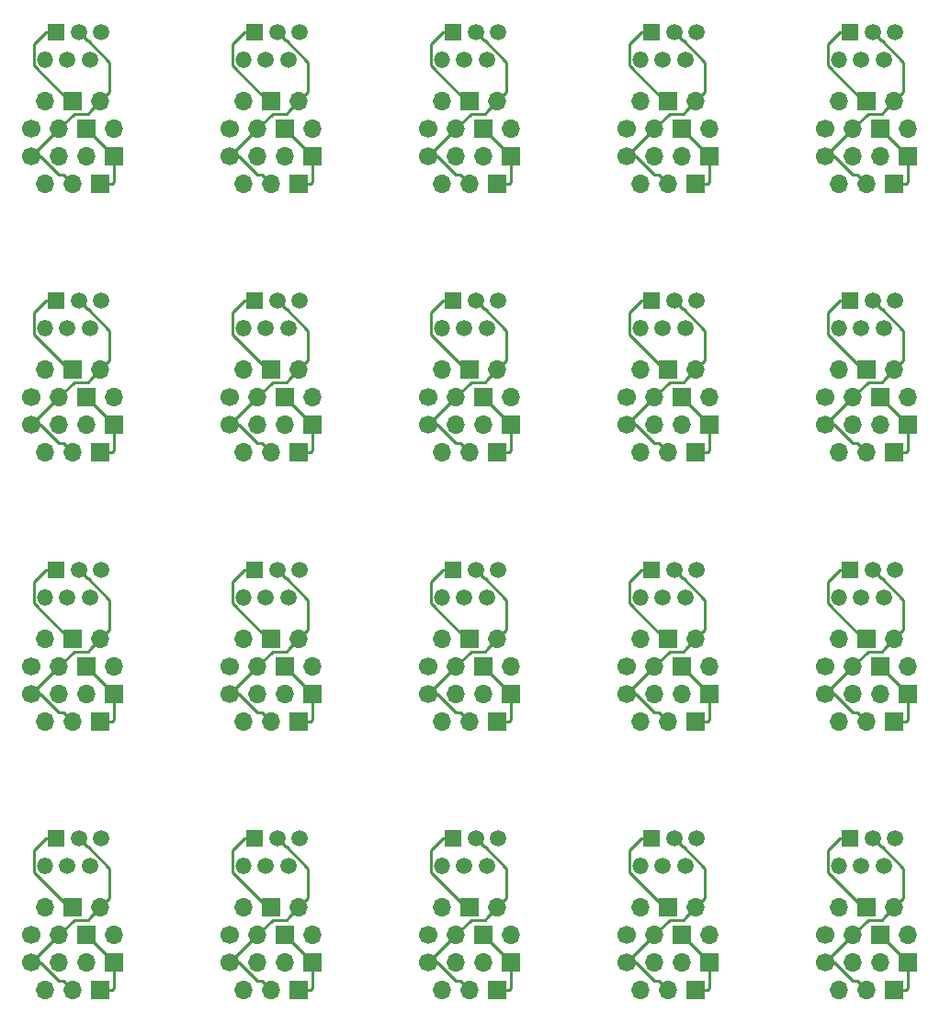
<source format=gtl>
G04 #@! TF.GenerationSoftware,KiCad,Pcbnew,5.1.5+dfsg1-2build2*
G04 #@! TF.CreationDate,2020-09-11T16:17:58-03:00*
G04 #@! TF.ProjectId,panel2,70616e65-6c32-42e6-9b69-6361645f7063,rev?*
G04 #@! TF.SameCoordinates,Original*
G04 #@! TF.FileFunction,Copper,L1,Top*
G04 #@! TF.FilePolarity,Positive*
%FSLAX46Y46*%
G04 Gerber Fmt 4.6, Leading zero omitted, Abs format (unit mm)*
G04 Created by KiCad (PCBNEW 5.1.5+dfsg1-2build2) date 2020-09-11 16:17:58*
%MOMM*%
%LPD*%
G04 APERTURE LIST*
%ADD10O,1.700000X1.700000*%
%ADD11R,1.700000X1.700000*%
%ADD12C,1.700000*%
%ADD13O,1.520000X1.520000*%
%ADD14R,1.520000X1.520000*%
%ADD15C,1.520000*%
%ADD16C,0.250000*%
G04 APERTURE END LIST*
D10*
X151257000Y-90805000D03*
D11*
X153797000Y-90805000D03*
D10*
X156337000Y-90805000D03*
X157607000Y-118110000D03*
D11*
X155067000Y-118110000D03*
D10*
X152527000Y-118110000D03*
D12*
X149987000Y-118110000D03*
D13*
X151257000Y-136525000D03*
D14*
X152277000Y-133985000D03*
D15*
X153297000Y-136525000D03*
X154317000Y-133985000D03*
X155337000Y-136525000D03*
X156357000Y-133985000D03*
D10*
X151257000Y-140335000D03*
D11*
X153797000Y-140335000D03*
D10*
X156337000Y-140335000D03*
D11*
X157607000Y-71120000D03*
D10*
X155067000Y-71120000D03*
X152527000Y-71120000D03*
D12*
X149987000Y-71120000D03*
D10*
X151257000Y-98425000D03*
X153797000Y-98425000D03*
D11*
X156337000Y-98425000D03*
D15*
X156357000Y-59690000D03*
X155337000Y-62230000D03*
X154317000Y-59690000D03*
X153297000Y-62230000D03*
D14*
X152277000Y-59690000D03*
D13*
X151257000Y-62230000D03*
D11*
X156337000Y-123190000D03*
D10*
X153797000Y-123190000D03*
X151257000Y-123190000D03*
X156337000Y-66040000D03*
D11*
X153797000Y-66040000D03*
D10*
X151257000Y-66040000D03*
D15*
X156357000Y-109220000D03*
X155337000Y-111760000D03*
X154317000Y-109220000D03*
X153297000Y-111760000D03*
D14*
X152277000Y-109220000D03*
D13*
X151257000Y-111760000D03*
D12*
X149987000Y-142875000D03*
D10*
X152527000Y-142875000D03*
D11*
X155067000Y-142875000D03*
D10*
X157607000Y-142875000D03*
D12*
X149987000Y-95885000D03*
D10*
X152527000Y-95885000D03*
X155067000Y-95885000D03*
D11*
X157607000Y-95885000D03*
X156337000Y-73660000D03*
D10*
X153797000Y-73660000D03*
X151257000Y-73660000D03*
X156337000Y-115570000D03*
D11*
X153797000Y-115570000D03*
D10*
X151257000Y-115570000D03*
D12*
X149987000Y-93345000D03*
D10*
X152527000Y-93345000D03*
D11*
X155067000Y-93345000D03*
D10*
X157607000Y-93345000D03*
D13*
X151257000Y-86995000D03*
D14*
X152277000Y-84455000D03*
D15*
X153297000Y-86995000D03*
X154317000Y-84455000D03*
X155337000Y-86995000D03*
X156357000Y-84455000D03*
D10*
X157607000Y-68580000D03*
D11*
X155067000Y-68580000D03*
D10*
X152527000Y-68580000D03*
D12*
X149987000Y-68580000D03*
X149987000Y-145415000D03*
D10*
X152527000Y-145415000D03*
X155067000Y-145415000D03*
D11*
X157607000Y-145415000D03*
D10*
X151257000Y-147955000D03*
X153797000Y-147955000D03*
D11*
X156337000Y-147955000D03*
X157607000Y-120650000D03*
D10*
X155067000Y-120650000D03*
X152527000Y-120650000D03*
D12*
X149987000Y-120650000D03*
D10*
X138049000Y-140335000D03*
D11*
X135509000Y-140335000D03*
D10*
X132969000Y-140335000D03*
D13*
X132969000Y-62230000D03*
D14*
X133989000Y-59690000D03*
D15*
X135009000Y-62230000D03*
X136029000Y-59690000D03*
X137049000Y-62230000D03*
X138069000Y-59690000D03*
D12*
X131699000Y-71120000D03*
D10*
X134239000Y-71120000D03*
X136779000Y-71120000D03*
D11*
X139319000Y-71120000D03*
D10*
X132969000Y-123190000D03*
X135509000Y-123190000D03*
D11*
X138049000Y-123190000D03*
D13*
X132969000Y-111760000D03*
D14*
X133989000Y-109220000D03*
D15*
X135009000Y-111760000D03*
X136029000Y-109220000D03*
X137049000Y-111760000D03*
X138069000Y-109220000D03*
D12*
X131699000Y-118110000D03*
D10*
X134239000Y-118110000D03*
D11*
X136779000Y-118110000D03*
D10*
X139319000Y-118110000D03*
X139319000Y-93345000D03*
D11*
X136779000Y-93345000D03*
D10*
X134239000Y-93345000D03*
D12*
X131699000Y-93345000D03*
X131699000Y-120650000D03*
D10*
X134239000Y-120650000D03*
X136779000Y-120650000D03*
D11*
X139319000Y-120650000D03*
D10*
X132969000Y-73660000D03*
X135509000Y-73660000D03*
D11*
X138049000Y-73660000D03*
D10*
X139319000Y-142875000D03*
D11*
X136779000Y-142875000D03*
D10*
X134239000Y-142875000D03*
D12*
X131699000Y-142875000D03*
D11*
X139319000Y-95885000D03*
D10*
X136779000Y-95885000D03*
X134239000Y-95885000D03*
D12*
X131699000Y-95885000D03*
D11*
X138049000Y-147955000D03*
D10*
X135509000Y-147955000D03*
X132969000Y-147955000D03*
D11*
X139319000Y-145415000D03*
D10*
X136779000Y-145415000D03*
X134239000Y-145415000D03*
D12*
X131699000Y-145415000D03*
D10*
X132969000Y-66040000D03*
D11*
X135509000Y-66040000D03*
D10*
X138049000Y-66040000D03*
X132969000Y-115570000D03*
D11*
X135509000Y-115570000D03*
D10*
X138049000Y-115570000D03*
D11*
X138049000Y-98425000D03*
D10*
X135509000Y-98425000D03*
X132969000Y-98425000D03*
X138049000Y-90805000D03*
D11*
X135509000Y-90805000D03*
D10*
X132969000Y-90805000D03*
D15*
X138069000Y-133985000D03*
X137049000Y-136525000D03*
X136029000Y-133985000D03*
X135009000Y-136525000D03*
D14*
X133989000Y-133985000D03*
D13*
X132969000Y-136525000D03*
D15*
X138069000Y-84455000D03*
X137049000Y-86995000D03*
X136029000Y-84455000D03*
X135009000Y-86995000D03*
D14*
X133989000Y-84455000D03*
D13*
X132969000Y-86995000D03*
D12*
X131699000Y-68580000D03*
D10*
X134239000Y-68580000D03*
D11*
X136779000Y-68580000D03*
D10*
X139319000Y-68580000D03*
X119761000Y-66040000D03*
D11*
X117221000Y-66040000D03*
D10*
X114681000Y-66040000D03*
D12*
X113411000Y-142875000D03*
D10*
X115951000Y-142875000D03*
D11*
X118491000Y-142875000D03*
D10*
X121031000Y-142875000D03*
X114681000Y-90805000D03*
D11*
X117221000Y-90805000D03*
D10*
X119761000Y-90805000D03*
X114681000Y-147955000D03*
X117221000Y-147955000D03*
D11*
X119761000Y-147955000D03*
X119761000Y-73660000D03*
D10*
X117221000Y-73660000D03*
X114681000Y-73660000D03*
D15*
X119781000Y-59690000D03*
X118761000Y-62230000D03*
X117741000Y-59690000D03*
X116721000Y-62230000D03*
D14*
X115701000Y-59690000D03*
D13*
X114681000Y-62230000D03*
D11*
X119761000Y-123190000D03*
D10*
X117221000Y-123190000D03*
X114681000Y-123190000D03*
X121031000Y-118110000D03*
D11*
X118491000Y-118110000D03*
D10*
X115951000Y-118110000D03*
D12*
X113411000Y-118110000D03*
D15*
X119781000Y-109220000D03*
X118761000Y-111760000D03*
X117741000Y-109220000D03*
X116721000Y-111760000D03*
D14*
X115701000Y-109220000D03*
D13*
X114681000Y-111760000D03*
D10*
X114681000Y-98425000D03*
X117221000Y-98425000D03*
D11*
X119761000Y-98425000D03*
D12*
X113411000Y-95885000D03*
D10*
X115951000Y-95885000D03*
X118491000Y-95885000D03*
D11*
X121031000Y-95885000D03*
D12*
X113411000Y-145415000D03*
D10*
X115951000Y-145415000D03*
X118491000Y-145415000D03*
D11*
X121031000Y-145415000D03*
D13*
X114681000Y-136525000D03*
D14*
X115701000Y-133985000D03*
D15*
X116721000Y-136525000D03*
X117741000Y-133985000D03*
X118761000Y-136525000D03*
X119781000Y-133985000D03*
D10*
X114681000Y-140335000D03*
D11*
X117221000Y-140335000D03*
D10*
X119761000Y-140335000D03*
D12*
X113411000Y-93345000D03*
D10*
X115951000Y-93345000D03*
D11*
X118491000Y-93345000D03*
D10*
X121031000Y-93345000D03*
D11*
X121031000Y-120650000D03*
D10*
X118491000Y-120650000D03*
X115951000Y-120650000D03*
D12*
X113411000Y-120650000D03*
D10*
X119761000Y-115570000D03*
D11*
X117221000Y-115570000D03*
D10*
X114681000Y-115570000D03*
X121031000Y-68580000D03*
D11*
X118491000Y-68580000D03*
D10*
X115951000Y-68580000D03*
D12*
X113411000Y-68580000D03*
D11*
X121031000Y-71120000D03*
D10*
X118491000Y-71120000D03*
X115951000Y-71120000D03*
D12*
X113411000Y-71120000D03*
D13*
X114681000Y-86995000D03*
D14*
X115701000Y-84455000D03*
D15*
X116721000Y-86995000D03*
X117741000Y-84455000D03*
X118761000Y-86995000D03*
X119781000Y-84455000D03*
D10*
X102743000Y-142875000D03*
D11*
X100203000Y-142875000D03*
D10*
X97663000Y-142875000D03*
D12*
X95123000Y-142875000D03*
D11*
X102743000Y-145415000D03*
D10*
X100203000Y-145415000D03*
X97663000Y-145415000D03*
D12*
X95123000Y-145415000D03*
D15*
X101493000Y-133985000D03*
X100473000Y-136525000D03*
X99453000Y-133985000D03*
X98433000Y-136525000D03*
D14*
X97413000Y-133985000D03*
D13*
X96393000Y-136525000D03*
D10*
X96393000Y-123190000D03*
X98933000Y-123190000D03*
D11*
X101473000Y-123190000D03*
D13*
X96393000Y-111760000D03*
D14*
X97413000Y-109220000D03*
D15*
X98433000Y-111760000D03*
X99453000Y-109220000D03*
X100473000Y-111760000D03*
X101493000Y-109220000D03*
D12*
X95123000Y-120650000D03*
D10*
X97663000Y-120650000D03*
X100203000Y-120650000D03*
D11*
X102743000Y-120650000D03*
D10*
X101473000Y-90805000D03*
D11*
X98933000Y-90805000D03*
D10*
X96393000Y-90805000D03*
X102743000Y-93345000D03*
D11*
X100203000Y-93345000D03*
D10*
X97663000Y-93345000D03*
D12*
X95123000Y-93345000D03*
D11*
X102743000Y-95885000D03*
D10*
X100203000Y-95885000D03*
X97663000Y-95885000D03*
D12*
X95123000Y-95885000D03*
D15*
X101493000Y-84455000D03*
X100473000Y-86995000D03*
X99453000Y-84455000D03*
X98433000Y-86995000D03*
D14*
X97413000Y-84455000D03*
D13*
X96393000Y-86995000D03*
D11*
X101473000Y-98425000D03*
D10*
X98933000Y-98425000D03*
X96393000Y-98425000D03*
X96393000Y-66040000D03*
D11*
X98933000Y-66040000D03*
D10*
X101473000Y-66040000D03*
D12*
X95123000Y-118110000D03*
D10*
X97663000Y-118110000D03*
D11*
X100203000Y-118110000D03*
D10*
X102743000Y-118110000D03*
X96393000Y-73660000D03*
X98933000Y-73660000D03*
D11*
X101473000Y-73660000D03*
D13*
X96393000Y-62230000D03*
D14*
X97413000Y-59690000D03*
D15*
X98433000Y-62230000D03*
X99453000Y-59690000D03*
X100473000Y-62230000D03*
X101493000Y-59690000D03*
D12*
X95123000Y-71120000D03*
D10*
X97663000Y-71120000D03*
X100203000Y-71120000D03*
D11*
X102743000Y-71120000D03*
D10*
X101473000Y-140335000D03*
D11*
X98933000Y-140335000D03*
D10*
X96393000Y-140335000D03*
D11*
X101473000Y-147955000D03*
D10*
X98933000Y-147955000D03*
X96393000Y-147955000D03*
D12*
X95123000Y-68580000D03*
D10*
X97663000Y-68580000D03*
D11*
X100203000Y-68580000D03*
D10*
X102743000Y-68580000D03*
X96393000Y-115570000D03*
D11*
X98933000Y-115570000D03*
D10*
X101473000Y-115570000D03*
X78105000Y-147955000D03*
X80645000Y-147955000D03*
D11*
X83185000Y-147955000D03*
D13*
X78105000Y-136525000D03*
D14*
X79125000Y-133985000D03*
D15*
X80145000Y-136525000D03*
X81165000Y-133985000D03*
X82185000Y-136525000D03*
X83205000Y-133985000D03*
D12*
X76835000Y-145415000D03*
D10*
X79375000Y-145415000D03*
X81915000Y-145415000D03*
D11*
X84455000Y-145415000D03*
D12*
X76835000Y-142875000D03*
D10*
X79375000Y-142875000D03*
D11*
X81915000Y-142875000D03*
D10*
X84455000Y-142875000D03*
X78105000Y-140335000D03*
D11*
X80645000Y-140335000D03*
D10*
X83185000Y-140335000D03*
X83185000Y-115570000D03*
D11*
X80645000Y-115570000D03*
D10*
X78105000Y-115570000D03*
X84455000Y-118110000D03*
D11*
X81915000Y-118110000D03*
D10*
X79375000Y-118110000D03*
D12*
X76835000Y-118110000D03*
D11*
X84455000Y-120650000D03*
D10*
X81915000Y-120650000D03*
X79375000Y-120650000D03*
D12*
X76835000Y-120650000D03*
D15*
X83205000Y-109220000D03*
X82185000Y-111760000D03*
X81165000Y-109220000D03*
X80145000Y-111760000D03*
D14*
X79125000Y-109220000D03*
D13*
X78105000Y-111760000D03*
D11*
X83185000Y-123190000D03*
D10*
X80645000Y-123190000D03*
X78105000Y-123190000D03*
X78105000Y-90805000D03*
D11*
X80645000Y-90805000D03*
D10*
X83185000Y-90805000D03*
X78105000Y-98425000D03*
X80645000Y-98425000D03*
D11*
X83185000Y-98425000D03*
D13*
X78105000Y-86995000D03*
D14*
X79125000Y-84455000D03*
D15*
X80145000Y-86995000D03*
X81165000Y-84455000D03*
X82185000Y-86995000D03*
X83205000Y-84455000D03*
D12*
X76835000Y-95885000D03*
D10*
X79375000Y-95885000D03*
X81915000Y-95885000D03*
D11*
X84455000Y-95885000D03*
D12*
X76835000Y-93345000D03*
D10*
X79375000Y-93345000D03*
D11*
X81915000Y-93345000D03*
D10*
X84455000Y-93345000D03*
X84455000Y-68580000D03*
D11*
X81915000Y-68580000D03*
D10*
X79375000Y-68580000D03*
D12*
X76835000Y-68580000D03*
D11*
X84455000Y-71120000D03*
D10*
X81915000Y-71120000D03*
X79375000Y-71120000D03*
D12*
X76835000Y-71120000D03*
D10*
X83185000Y-66040000D03*
D11*
X80645000Y-66040000D03*
D10*
X78105000Y-66040000D03*
D11*
X83185000Y-73660000D03*
D10*
X80645000Y-73660000D03*
X78105000Y-73660000D03*
D15*
X83205000Y-59690000D03*
X82185000Y-62230000D03*
X81165000Y-59690000D03*
X80145000Y-62230000D03*
D14*
X79125000Y-59690000D03*
D13*
X78105000Y-62230000D03*
D16*
X76835000Y-71120000D02*
X79375000Y-68580000D01*
X82335001Y-66889999D02*
X83185000Y-66040000D01*
X82009999Y-67215001D02*
X82335001Y-66889999D01*
X80739999Y-67215001D02*
X82009999Y-67215001D01*
X79375000Y-68580000D02*
X80739999Y-67215001D01*
X82010801Y-60449999D02*
X81924999Y-60449999D01*
X84034999Y-62474197D02*
X82010801Y-60449999D01*
X84034999Y-65190001D02*
X84034999Y-62474197D01*
X81924999Y-60449999D02*
X81165000Y-59690000D01*
X83185000Y-66040000D02*
X84034999Y-65190001D01*
X79795001Y-72810001D02*
X80645000Y-73660000D01*
X79325999Y-72810001D02*
X79795001Y-72810001D01*
X77635998Y-71120000D02*
X79325999Y-72810001D01*
X76835000Y-71120000D02*
X77635998Y-71120000D01*
X79325999Y-97575001D02*
X79795001Y-97575001D01*
X76835000Y-95885000D02*
X79375000Y-93345000D01*
X79375000Y-93345000D02*
X80739999Y-91980001D01*
X84034999Y-89955001D02*
X84034999Y-87239197D01*
X77635998Y-95885000D02*
X79325999Y-97575001D01*
X84034999Y-87239197D02*
X82010801Y-85214999D01*
X80739999Y-91980001D02*
X82009999Y-91980001D01*
X83185000Y-90805000D02*
X84034999Y-89955001D01*
X79795001Y-97575001D02*
X80645000Y-98425000D01*
X82009999Y-91980001D02*
X82335001Y-91654999D01*
X82010801Y-85214999D02*
X81924999Y-85214999D01*
X82335001Y-91654999D02*
X83185000Y-90805000D01*
X81924999Y-85214999D02*
X81165000Y-84455000D01*
X76835000Y-95885000D02*
X77635998Y-95885000D01*
X76835000Y-120650000D02*
X79375000Y-118110000D01*
X80739999Y-116745001D02*
X82009999Y-116745001D01*
X79375000Y-118110000D02*
X80739999Y-116745001D01*
X77635998Y-120650000D02*
X79325999Y-122340001D01*
X76835000Y-120650000D02*
X77635998Y-120650000D01*
X82010801Y-109979999D02*
X81924999Y-109979999D01*
X82335001Y-116419999D02*
X83185000Y-115570000D01*
X81924999Y-109979999D02*
X81165000Y-109220000D01*
X84034999Y-114720001D02*
X84034999Y-112004197D01*
X79325999Y-122340001D02*
X79795001Y-122340001D01*
X83185000Y-115570000D02*
X84034999Y-114720001D01*
X79795001Y-122340001D02*
X80645000Y-123190000D01*
X82009999Y-116745001D02*
X82335001Y-116419999D01*
X84034999Y-112004197D02*
X82010801Y-109979999D01*
X83185000Y-140335000D02*
X84034999Y-139485001D01*
X84034999Y-136769197D02*
X82010801Y-134744999D01*
X82010801Y-134744999D02*
X81924999Y-134744999D01*
X82335001Y-141184999D02*
X83185000Y-140335000D01*
X79325999Y-147105001D02*
X79795001Y-147105001D01*
X82009999Y-141510001D02*
X82335001Y-141184999D01*
X79795001Y-147105001D02*
X80645000Y-147955000D01*
X81924999Y-134744999D02*
X81165000Y-133985000D01*
X84034999Y-139485001D02*
X84034999Y-136769197D01*
X76835000Y-145415000D02*
X77635998Y-145415000D01*
X77635998Y-145415000D02*
X79325999Y-147105001D01*
X79375000Y-142875000D02*
X80739999Y-141510001D01*
X80739999Y-141510001D02*
X82009999Y-141510001D01*
X76835000Y-145415000D02*
X79375000Y-142875000D01*
X100212999Y-134744999D02*
X99453000Y-133985000D01*
X102322999Y-139485001D02*
X102322999Y-136769197D01*
X101473000Y-115570000D02*
X102322999Y-114720001D01*
X102322999Y-112004197D02*
X100298801Y-109979999D01*
X101473000Y-140335000D02*
X102322999Y-139485001D01*
X100298801Y-109979999D02*
X100212999Y-109979999D01*
X97613999Y-72810001D02*
X98083001Y-72810001D01*
X95123000Y-95885000D02*
X97663000Y-93345000D01*
X99027999Y-91980001D02*
X100297999Y-91980001D01*
X97663000Y-93345000D02*
X99027999Y-91980001D01*
X95123000Y-71120000D02*
X97663000Y-68580000D01*
X95923998Y-95885000D02*
X97613999Y-97575001D01*
X100623001Y-141184999D02*
X101473000Y-140335000D01*
X97613999Y-147105001D02*
X98083001Y-147105001D01*
X100297999Y-141510001D02*
X100623001Y-141184999D01*
X100623001Y-116419999D02*
X101473000Y-115570000D01*
X97613999Y-122340001D02*
X98083001Y-122340001D01*
X100297999Y-116745001D02*
X100623001Y-116419999D01*
X95123000Y-95885000D02*
X95923998Y-95885000D01*
X99027999Y-141510001D02*
X100297999Y-141510001D01*
X95123000Y-145415000D02*
X97663000Y-142875000D01*
X100298801Y-85214999D02*
X100212999Y-85214999D01*
X100623001Y-91654999D02*
X101473000Y-90805000D01*
X100212999Y-85214999D02*
X99453000Y-84455000D01*
X95123000Y-145415000D02*
X95923998Y-145415000D01*
X95923998Y-145415000D02*
X97613999Y-147105001D01*
X102322999Y-89955001D02*
X102322999Y-87239197D01*
X102322999Y-136769197D02*
X100298801Y-134744999D01*
X98083001Y-122340001D02*
X98933000Y-123190000D01*
X97613999Y-97575001D02*
X98083001Y-97575001D01*
X98083001Y-147105001D02*
X98933000Y-147955000D01*
X101473000Y-90805000D02*
X102322999Y-89955001D01*
X98083001Y-97575001D02*
X98933000Y-98425000D01*
X100297999Y-91980001D02*
X100623001Y-91654999D01*
X100212999Y-109979999D02*
X99453000Y-109220000D01*
X102322999Y-114720001D02*
X102322999Y-112004197D01*
X97663000Y-142875000D02*
X99027999Y-141510001D01*
X97663000Y-68580000D02*
X99027999Y-67215001D01*
X102322999Y-65190001D02*
X102322999Y-62474197D01*
X95123000Y-120650000D02*
X95923998Y-120650000D01*
X95923998Y-71120000D02*
X97613999Y-72810001D01*
X102322999Y-62474197D02*
X100298801Y-60449999D01*
X95923998Y-120650000D02*
X97613999Y-122340001D01*
X99027999Y-67215001D02*
X100297999Y-67215001D01*
X102322999Y-87239197D02*
X100298801Y-85214999D01*
X97663000Y-118110000D02*
X99027999Y-116745001D01*
X100298801Y-134744999D02*
X100212999Y-134744999D01*
X101473000Y-66040000D02*
X102322999Y-65190001D01*
X98083001Y-72810001D02*
X98933000Y-73660000D01*
X100297999Y-67215001D02*
X100623001Y-66889999D01*
X100298801Y-60449999D02*
X100212999Y-60449999D01*
X100623001Y-66889999D02*
X101473000Y-66040000D01*
X100212999Y-60449999D02*
X99453000Y-59690000D01*
X99027999Y-116745001D02*
X100297999Y-116745001D01*
X95123000Y-120650000D02*
X97663000Y-118110000D01*
X95123000Y-71120000D02*
X95923998Y-71120000D01*
X118500999Y-85214999D02*
X117741000Y-84455000D01*
X113411000Y-95885000D02*
X115951000Y-93345000D01*
X113411000Y-71120000D02*
X115951000Y-68580000D01*
X114211998Y-120650000D02*
X115901999Y-122340001D01*
X113411000Y-145415000D02*
X114211998Y-145415000D01*
X119761000Y-140335000D02*
X120610999Y-139485001D01*
X119761000Y-66040000D02*
X120610999Y-65190001D01*
X118586801Y-109979999D02*
X118500999Y-109979999D01*
X115901999Y-147105001D02*
X116371001Y-147105001D01*
X116371001Y-97575001D02*
X117221000Y-98425000D01*
X120610999Y-139485001D02*
X120610999Y-136769197D01*
X118911001Y-141184999D02*
X119761000Y-140335000D01*
X114211998Y-145415000D02*
X115901999Y-147105001D01*
X117315999Y-91980001D02*
X118585999Y-91980001D01*
X118911001Y-116419999D02*
X119761000Y-115570000D01*
X114211998Y-71120000D02*
X115901999Y-72810001D01*
X116371001Y-72810001D02*
X117221000Y-73660000D01*
X118585999Y-141510001D02*
X118911001Y-141184999D01*
X115951000Y-118110000D02*
X117315999Y-116745001D01*
X120610999Y-89955001D02*
X120610999Y-87239197D01*
X117315999Y-67215001D02*
X118585999Y-67215001D01*
X118500999Y-109979999D02*
X117741000Y-109220000D01*
X115901999Y-122340001D02*
X116371001Y-122340001D01*
X120610999Y-65190001D02*
X120610999Y-62474197D01*
X118586801Y-85214999D02*
X118500999Y-85214999D01*
X118586801Y-134744999D02*
X118500999Y-134744999D01*
X120610999Y-62474197D02*
X118586801Y-60449999D01*
X118586801Y-60449999D02*
X118500999Y-60449999D01*
X119761000Y-90805000D02*
X120610999Y-89955001D01*
X116371001Y-122340001D02*
X117221000Y-123190000D01*
X117315999Y-141510001D02*
X118585999Y-141510001D01*
X113411000Y-71120000D02*
X114211998Y-71120000D01*
X119761000Y-115570000D02*
X120610999Y-114720001D01*
X115951000Y-142875000D02*
X117315999Y-141510001D01*
X113411000Y-120650000D02*
X115951000Y-118110000D01*
X118585999Y-91980001D02*
X118911001Y-91654999D01*
X117315999Y-116745001D02*
X118585999Y-116745001D01*
X116371001Y-147105001D02*
X117221000Y-147955000D01*
X118585999Y-67215001D02*
X118911001Y-66889999D01*
X120610999Y-136769197D02*
X118586801Y-134744999D01*
X115951000Y-68580000D02*
X117315999Y-67215001D01*
X115901999Y-97575001D02*
X116371001Y-97575001D01*
X118911001Y-91654999D02*
X119761000Y-90805000D01*
X113411000Y-145415000D02*
X115951000Y-142875000D01*
X115951000Y-93345000D02*
X117315999Y-91980001D01*
X113411000Y-95885000D02*
X114211998Y-95885000D01*
X113411000Y-120650000D02*
X114211998Y-120650000D01*
X120610999Y-112004197D02*
X118586801Y-109979999D01*
X115901999Y-72810001D02*
X116371001Y-72810001D01*
X118911001Y-66889999D02*
X119761000Y-66040000D01*
X120610999Y-87239197D02*
X118586801Y-85214999D01*
X118500999Y-60449999D02*
X117741000Y-59690000D01*
X118585999Y-116745001D02*
X118911001Y-116419999D01*
X118500999Y-134744999D02*
X117741000Y-133985000D01*
X114211998Y-95885000D02*
X115901999Y-97575001D01*
X120610999Y-114720001D02*
X120610999Y-112004197D01*
X136788999Y-85214999D02*
X136029000Y-84455000D01*
X134659001Y-147105001D02*
X135509000Y-147955000D01*
X136874801Y-60449999D02*
X136788999Y-60449999D01*
X131699000Y-95885000D02*
X132499998Y-95885000D01*
X131699000Y-145415000D02*
X132499998Y-145415000D01*
X134189999Y-147105001D02*
X134659001Y-147105001D01*
X134239000Y-68580000D02*
X135603999Y-67215001D01*
X134659001Y-97575001D02*
X135509000Y-98425000D01*
X134659001Y-72810001D02*
X135509000Y-73660000D01*
X136788999Y-60449999D02*
X136029000Y-59690000D01*
X136873999Y-116745001D02*
X137199001Y-116419999D01*
X136788999Y-109979999D02*
X136029000Y-109220000D01*
X136873999Y-67215001D02*
X137199001Y-66889999D01*
X138898999Y-114720001D02*
X138898999Y-112004197D01*
X138898999Y-65190001D02*
X138898999Y-62474197D01*
X136874801Y-85214999D02*
X136788999Y-85214999D01*
X135603999Y-67215001D02*
X136873999Y-67215001D01*
X138898999Y-139485001D02*
X138898999Y-136769197D01*
X138898999Y-89955001D02*
X138898999Y-87239197D01*
X138049000Y-66040000D02*
X138898999Y-65190001D01*
X136874801Y-134744999D02*
X136788999Y-134744999D01*
X138049000Y-140335000D02*
X138898999Y-139485001D01*
X131699000Y-120650000D02*
X132499998Y-120650000D01*
X137199001Y-141184999D02*
X138049000Y-140335000D01*
X138049000Y-90805000D02*
X138898999Y-89955001D01*
X138898999Y-112004197D02*
X136874801Y-109979999D01*
X138898999Y-136769197D02*
X136874801Y-134744999D01*
X137199001Y-66889999D02*
X138049000Y-66040000D01*
X137199001Y-116419999D02*
X138049000Y-115570000D01*
X134659001Y-122340001D02*
X135509000Y-123190000D01*
X136788999Y-134744999D02*
X136029000Y-133985000D01*
X132499998Y-95885000D02*
X134189999Y-97575001D01*
X134239000Y-93345000D02*
X135603999Y-91980001D01*
X138898999Y-87239197D02*
X136874801Y-85214999D01*
X131699000Y-71120000D02*
X132499998Y-71120000D01*
X131699000Y-145415000D02*
X134239000Y-142875000D01*
X134189999Y-72810001D02*
X134659001Y-72810001D01*
X132499998Y-145415000D02*
X134189999Y-147105001D01*
X131699000Y-120650000D02*
X134239000Y-118110000D01*
X131699000Y-95885000D02*
X134239000Y-93345000D01*
X135603999Y-141510001D02*
X136873999Y-141510001D01*
X131699000Y-71120000D02*
X134239000Y-68580000D01*
X136873999Y-91980001D02*
X137199001Y-91654999D01*
X138898999Y-62474197D02*
X136874801Y-60449999D01*
X136873999Y-141510001D02*
X137199001Y-141184999D01*
X134189999Y-122340001D02*
X134659001Y-122340001D01*
X132499998Y-120650000D02*
X134189999Y-122340001D01*
X132499998Y-71120000D02*
X134189999Y-72810001D01*
X136874801Y-109979999D02*
X136788999Y-109979999D01*
X135603999Y-91980001D02*
X136873999Y-91980001D01*
X134239000Y-118110000D02*
X135603999Y-116745001D01*
X138049000Y-115570000D02*
X138898999Y-114720001D01*
X135603999Y-116745001D02*
X136873999Y-116745001D01*
X134189999Y-97575001D02*
X134659001Y-97575001D01*
X137199001Y-91654999D02*
X138049000Y-90805000D01*
X134239000Y-142875000D02*
X135603999Y-141510001D01*
X152477999Y-147105001D02*
X152947001Y-147105001D01*
X152527000Y-68580000D02*
X153891999Y-67215001D01*
X152947001Y-97575001D02*
X153797000Y-98425000D01*
X152947001Y-72810001D02*
X153797000Y-73660000D01*
X155076999Y-60449999D02*
X154317000Y-59690000D01*
X155161999Y-116745001D02*
X155487001Y-116419999D01*
X155076999Y-109979999D02*
X154317000Y-109220000D01*
X152477999Y-72810001D02*
X152947001Y-72810001D01*
X150787998Y-145415000D02*
X152477999Y-147105001D01*
X149987000Y-120650000D02*
X152527000Y-118110000D01*
X149987000Y-95885000D02*
X152527000Y-93345000D01*
X149987000Y-120650000D02*
X150787998Y-120650000D01*
X157186999Y-62474197D02*
X155162801Y-60449999D01*
X155161999Y-141510001D02*
X155487001Y-141184999D01*
X152477999Y-122340001D02*
X152947001Y-122340001D01*
X155487001Y-141184999D02*
X156337000Y-140335000D01*
X156337000Y-90805000D02*
X157186999Y-89955001D01*
X152947001Y-147105001D02*
X153797000Y-147955000D01*
X153891999Y-141510001D02*
X155161999Y-141510001D01*
X149987000Y-71120000D02*
X152527000Y-68580000D01*
X155161999Y-91980001D02*
X155487001Y-91654999D01*
X157186999Y-65190001D02*
X157186999Y-62474197D01*
X155162801Y-85214999D02*
X155076999Y-85214999D01*
X153891999Y-67215001D02*
X155161999Y-67215001D01*
X157186999Y-114720001D02*
X157186999Y-112004197D01*
X149987000Y-71120000D02*
X150787998Y-71120000D01*
X155487001Y-116419999D02*
X156337000Y-115570000D01*
X152947001Y-122340001D02*
X153797000Y-123190000D01*
X155076999Y-134744999D02*
X154317000Y-133985000D01*
X150787998Y-95885000D02*
X152477999Y-97575001D01*
X152527000Y-93345000D02*
X153891999Y-91980001D01*
X157186999Y-87239197D02*
X155162801Y-85214999D01*
X155162801Y-60449999D02*
X155076999Y-60449999D01*
X153891999Y-91980001D02*
X155161999Y-91980001D01*
X152527000Y-118110000D02*
X153891999Y-116745001D01*
X149987000Y-95885000D02*
X150787998Y-95885000D01*
X157186999Y-139485001D02*
X157186999Y-136769197D01*
X157186999Y-89955001D02*
X157186999Y-87239197D01*
X156337000Y-66040000D02*
X157186999Y-65190001D01*
X155162801Y-134744999D02*
X155076999Y-134744999D01*
X156337000Y-140335000D02*
X157186999Y-139485001D01*
X157186999Y-112004197D02*
X155162801Y-109979999D01*
X157186999Y-136769197D02*
X155162801Y-134744999D01*
X155487001Y-66889999D02*
X156337000Y-66040000D01*
X150787998Y-120650000D02*
X152477999Y-122340001D01*
X150787998Y-71120000D02*
X152477999Y-72810001D01*
X155162801Y-109979999D02*
X155076999Y-109979999D01*
X156337000Y-115570000D02*
X157186999Y-114720001D01*
X153891999Y-116745001D02*
X155161999Y-116745001D01*
X152477999Y-97575001D02*
X152947001Y-97575001D01*
X155487001Y-91654999D02*
X156337000Y-90805000D01*
X152527000Y-142875000D02*
X153891999Y-141510001D01*
X149987000Y-145415000D02*
X150787998Y-145415000D01*
X155076999Y-85214999D02*
X154317000Y-84455000D01*
X149987000Y-145415000D02*
X152527000Y-142875000D01*
X155161999Y-67215001D02*
X155487001Y-66889999D01*
X81915000Y-68580000D02*
X84455000Y-71120000D01*
X80309198Y-66040000D02*
X80645000Y-66040000D01*
X77019999Y-60785001D02*
X77019999Y-62750801D01*
X77019999Y-62750801D02*
X80309198Y-66040000D01*
X78115000Y-59690000D02*
X77019999Y-60785001D01*
X79125000Y-59690000D02*
X78115000Y-59690000D01*
X84285000Y-73660000D02*
X83185000Y-73660000D01*
X84455000Y-73490000D02*
X84285000Y-73660000D01*
X84455000Y-71120000D02*
X84455000Y-73490000D01*
X77019999Y-87515801D02*
X80309198Y-90805000D01*
X84285000Y-98425000D02*
X83185000Y-98425000D01*
X79125000Y-84455000D02*
X78115000Y-84455000D01*
X84455000Y-95885000D02*
X84455000Y-98255000D01*
X84455000Y-98255000D02*
X84285000Y-98425000D01*
X78115000Y-84455000D02*
X77019999Y-85550001D01*
X81915000Y-93345000D02*
X84455000Y-95885000D01*
X77019999Y-85550001D02*
X77019999Y-87515801D01*
X80309198Y-90805000D02*
X80645000Y-90805000D01*
X80309198Y-115570000D02*
X80645000Y-115570000D01*
X81915000Y-118110000D02*
X84455000Y-120650000D01*
X77019999Y-110315001D02*
X77019999Y-112280801D01*
X84455000Y-120650000D02*
X84455000Y-123020000D01*
X78115000Y-109220000D02*
X77019999Y-110315001D01*
X84285000Y-123190000D02*
X83185000Y-123190000D01*
X79125000Y-109220000D02*
X78115000Y-109220000D01*
X77019999Y-112280801D02*
X80309198Y-115570000D01*
X84455000Y-123020000D02*
X84285000Y-123190000D01*
X81915000Y-142875000D02*
X84455000Y-145415000D01*
X77019999Y-135080001D02*
X77019999Y-137045801D01*
X78115000Y-133985000D02*
X77019999Y-135080001D01*
X84285000Y-147955000D02*
X83185000Y-147955000D01*
X79125000Y-133985000D02*
X78115000Y-133985000D01*
X77019999Y-137045801D02*
X80309198Y-140335000D01*
X84455000Y-147785000D02*
X84285000Y-147955000D01*
X84455000Y-145415000D02*
X84455000Y-147785000D01*
X80309198Y-140335000D02*
X80645000Y-140335000D01*
X102743000Y-147785000D02*
X102573000Y-147955000D01*
X100203000Y-118110000D02*
X102743000Y-120650000D01*
X95307999Y-110315001D02*
X95307999Y-112280801D01*
X96403000Y-109220000D02*
X95307999Y-110315001D01*
X102573000Y-123190000D02*
X101473000Y-123190000D01*
X96403000Y-133985000D02*
X95307999Y-135080001D01*
X97413000Y-109220000D02*
X96403000Y-109220000D01*
X95307999Y-112280801D02*
X98597198Y-115570000D01*
X102743000Y-123020000D02*
X102573000Y-123190000D01*
X95307999Y-137045801D02*
X98597198Y-140335000D01*
X100203000Y-142875000D02*
X102743000Y-145415000D01*
X95307999Y-62750801D02*
X98597198Y-66040000D01*
X102573000Y-73660000D02*
X101473000Y-73660000D01*
X102743000Y-145415000D02*
X102743000Y-147785000D01*
X102743000Y-120650000D02*
X102743000Y-123020000D01*
X98597198Y-90805000D02*
X98933000Y-90805000D01*
X97413000Y-59690000D02*
X96403000Y-59690000D01*
X102743000Y-71120000D02*
X102743000Y-73490000D01*
X102743000Y-73490000D02*
X102573000Y-73660000D01*
X98597198Y-115570000D02*
X98933000Y-115570000D01*
X98597198Y-140335000D02*
X98933000Y-140335000D01*
X102573000Y-147955000D02*
X101473000Y-147955000D01*
X100203000Y-93345000D02*
X102743000Y-95885000D01*
X95307999Y-85550001D02*
X95307999Y-87515801D01*
X102743000Y-95885000D02*
X102743000Y-98255000D01*
X96403000Y-84455000D02*
X95307999Y-85550001D01*
X95307999Y-135080001D02*
X95307999Y-137045801D01*
X102573000Y-98425000D02*
X101473000Y-98425000D01*
X96403000Y-59690000D02*
X95307999Y-60785001D01*
X97413000Y-133985000D02*
X96403000Y-133985000D01*
X100203000Y-68580000D02*
X102743000Y-71120000D01*
X95307999Y-60785001D02*
X95307999Y-62750801D01*
X97413000Y-84455000D02*
X96403000Y-84455000D01*
X95307999Y-87515801D02*
X98597198Y-90805000D01*
X98597198Y-66040000D02*
X98933000Y-66040000D01*
X102743000Y-98255000D02*
X102573000Y-98425000D01*
X121031000Y-123020000D02*
X120861000Y-123190000D01*
X121031000Y-73490000D02*
X120861000Y-73660000D01*
X121031000Y-120650000D02*
X121031000Y-123020000D01*
X114691000Y-133985000D02*
X113595999Y-135080001D01*
X116885198Y-66040000D02*
X117221000Y-66040000D01*
X113595999Y-60785001D02*
X113595999Y-62750801D01*
X120861000Y-73660000D02*
X119761000Y-73660000D01*
X121031000Y-95885000D02*
X121031000Y-98255000D01*
X113595999Y-137045801D02*
X116885198Y-140335000D01*
X113595999Y-112280801D02*
X116885198Y-115570000D01*
X120861000Y-147955000D02*
X119761000Y-147955000D01*
X118491000Y-142875000D02*
X121031000Y-145415000D01*
X121031000Y-147785000D02*
X120861000Y-147955000D01*
X113595999Y-62750801D02*
X116885198Y-66040000D01*
X113595999Y-110315001D02*
X113595999Y-112280801D01*
X115701000Y-133985000D02*
X114691000Y-133985000D01*
X118491000Y-68580000D02*
X121031000Y-71120000D01*
X114691000Y-84455000D02*
X113595999Y-85550001D01*
X120861000Y-123190000D02*
X119761000Y-123190000D01*
X116885198Y-90805000D02*
X117221000Y-90805000D01*
X120861000Y-98425000D02*
X119761000Y-98425000D01*
X113595999Y-87515801D02*
X116885198Y-90805000D01*
X115701000Y-109220000D02*
X114691000Y-109220000D01*
X121031000Y-145415000D02*
X121031000Y-147785000D01*
X113595999Y-85550001D02*
X113595999Y-87515801D01*
X121031000Y-98255000D02*
X120861000Y-98425000D01*
X118491000Y-93345000D02*
X121031000Y-95885000D01*
X116885198Y-140335000D02*
X117221000Y-140335000D01*
X114691000Y-59690000D02*
X113595999Y-60785001D01*
X118491000Y-118110000D02*
X121031000Y-120650000D01*
X115701000Y-84455000D02*
X114691000Y-84455000D01*
X115701000Y-59690000D02*
X114691000Y-59690000D01*
X113595999Y-135080001D02*
X113595999Y-137045801D01*
X114691000Y-109220000D02*
X113595999Y-110315001D01*
X121031000Y-71120000D02*
X121031000Y-73490000D01*
X116885198Y-115570000D02*
X117221000Y-115570000D01*
X131883999Y-137045801D02*
X135173198Y-140335000D01*
X139319000Y-98255000D02*
X139149000Y-98425000D01*
X135173198Y-90805000D02*
X135509000Y-90805000D01*
X136779000Y-118110000D02*
X139319000Y-120650000D01*
X133989000Y-84455000D02*
X132979000Y-84455000D01*
X133989000Y-133985000D02*
X132979000Y-133985000D01*
X136779000Y-68580000D02*
X139319000Y-71120000D01*
X139319000Y-147785000D02*
X139149000Y-147955000D01*
X139319000Y-71120000D02*
X139319000Y-73490000D01*
X139149000Y-123190000D02*
X138049000Y-123190000D01*
X131883999Y-62750801D02*
X135173198Y-66040000D01*
X135173198Y-140335000D02*
X135509000Y-140335000D01*
X131883999Y-87515801D02*
X135173198Y-90805000D01*
X131883999Y-110315001D02*
X131883999Y-112280801D01*
X132979000Y-84455000D02*
X131883999Y-85550001D01*
X132979000Y-133985000D02*
X131883999Y-135080001D01*
X135173198Y-115570000D02*
X135509000Y-115570000D01*
X136779000Y-93345000D02*
X139319000Y-95885000D01*
X132979000Y-109220000D02*
X131883999Y-110315001D01*
X131883999Y-60785001D02*
X131883999Y-62750801D01*
X133989000Y-109220000D02*
X132979000Y-109220000D01*
X132979000Y-59690000D02*
X131883999Y-60785001D01*
X131883999Y-135080001D02*
X131883999Y-137045801D01*
X139319000Y-123020000D02*
X139149000Y-123190000D01*
X139149000Y-73660000D02*
X138049000Y-73660000D01*
X139149000Y-98425000D02*
X138049000Y-98425000D01*
X136779000Y-142875000D02*
X139319000Y-145415000D01*
X139319000Y-73490000D02*
X139149000Y-73660000D01*
X135173198Y-66040000D02*
X135509000Y-66040000D01*
X139319000Y-95885000D02*
X139319000Y-98255000D01*
X139319000Y-120650000D02*
X139319000Y-123020000D01*
X139149000Y-147955000D02*
X138049000Y-147955000D01*
X131883999Y-112280801D02*
X135173198Y-115570000D01*
X133989000Y-59690000D02*
X132979000Y-59690000D01*
X131883999Y-85550001D02*
X131883999Y-87515801D01*
X139319000Y-145415000D02*
X139319000Y-147785000D01*
X152277000Y-133985000D02*
X151267000Y-133985000D01*
X155067000Y-68580000D02*
X157607000Y-71120000D01*
X157607000Y-147785000D02*
X157437000Y-147955000D01*
X157607000Y-71120000D02*
X157607000Y-73490000D01*
X157607000Y-98255000D02*
X157437000Y-98425000D01*
X150171999Y-135080001D02*
X150171999Y-137045801D01*
X157607000Y-123020000D02*
X157437000Y-123190000D01*
X157437000Y-73660000D02*
X156337000Y-73660000D01*
X151267000Y-133985000D02*
X150171999Y-135080001D01*
X152277000Y-84455000D02*
X151267000Y-84455000D01*
X155067000Y-142875000D02*
X157607000Y-145415000D01*
X153461198Y-115570000D02*
X153797000Y-115570000D01*
X157437000Y-98425000D02*
X156337000Y-98425000D01*
X157437000Y-123190000D02*
X156337000Y-123190000D01*
X152277000Y-109220000D02*
X151267000Y-109220000D01*
X150171999Y-60785001D02*
X150171999Y-62750801D01*
X153461198Y-90805000D02*
X153797000Y-90805000D01*
X150171999Y-62750801D02*
X153461198Y-66040000D01*
X153461198Y-140335000D02*
X153797000Y-140335000D01*
X150171999Y-87515801D02*
X153461198Y-90805000D01*
X150171999Y-110315001D02*
X150171999Y-112280801D01*
X151267000Y-84455000D02*
X150171999Y-85550001D01*
X155067000Y-93345000D02*
X157607000Y-95885000D01*
X151267000Y-109220000D02*
X150171999Y-110315001D01*
X157607000Y-73490000D02*
X157437000Y-73660000D01*
X153461198Y-66040000D02*
X153797000Y-66040000D01*
X157607000Y-95885000D02*
X157607000Y-98255000D01*
X157607000Y-120650000D02*
X157607000Y-123020000D01*
X150171999Y-112280801D02*
X153461198Y-115570000D01*
X152277000Y-59690000D02*
X151267000Y-59690000D01*
X155067000Y-118110000D02*
X157607000Y-120650000D01*
X150171999Y-85550001D02*
X150171999Y-87515801D01*
X157607000Y-145415000D02*
X157607000Y-147785000D01*
X151267000Y-59690000D02*
X150171999Y-60785001D01*
X157437000Y-147955000D02*
X156337000Y-147955000D01*
X150171999Y-137045801D02*
X153461198Y-140335000D01*
M02*

</source>
